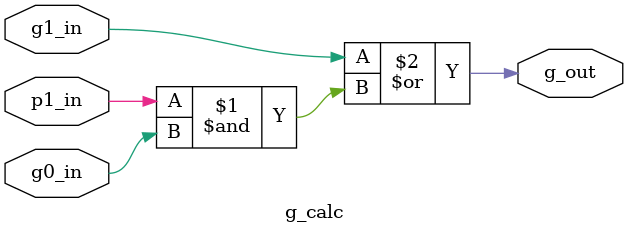
<source format=v>
module g_calc(
    g0_in,
    g1_in,
    p1_in,
    g_out,
);

input g0_in;
input g1_in;
input p1_in;
output g_out;

assign g_out = g1_in | (p1_in & g0_in);

endmodule

</source>
